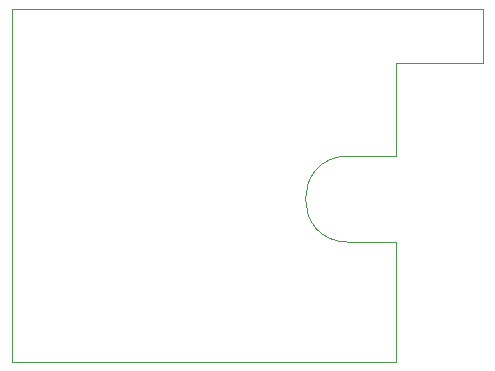
<source format=gm1>
G04 #@! TF.FileFunction,Profile,NP*
%FSLAX46Y46*%
G04 Gerber Fmt 4.6, Leading zero omitted, Abs format (unit mm)*
G04 Created by KiCad (PCBNEW 4.0.7-e2-6376~58~ubuntu16.04.1) date Mon Mar 19 16:28:18 2018*
%MOMM*%
%LPD*%
G01*
G04 APERTURE LIST*
%ADD10C,0.100000*%
%ADD11C,0.010000*%
G04 APERTURE END LIST*
D10*
D11*
X98920000Y-106900000D02*
X98920000Y-96740000D01*
X94920000Y-96740000D02*
X98920000Y-96740000D01*
X94920000Y-89460000D02*
X98920000Y-89460000D01*
X94920000Y-89460000D02*
G75*
G03X94920000Y-96740000I0J-3640000D01*
G01*
X106300000Y-76980000D02*
X106300000Y-81600000D01*
X98920000Y-89460000D02*
X98920000Y-81600000D01*
X98920000Y-81600000D02*
X106300000Y-81600000D01*
X66420000Y-76980000D02*
X66420000Y-106900000D01*
X98920000Y-106900000D02*
X66420000Y-106900000D01*
X66420000Y-76980000D02*
X106300000Y-76980000D01*
M02*

</source>
